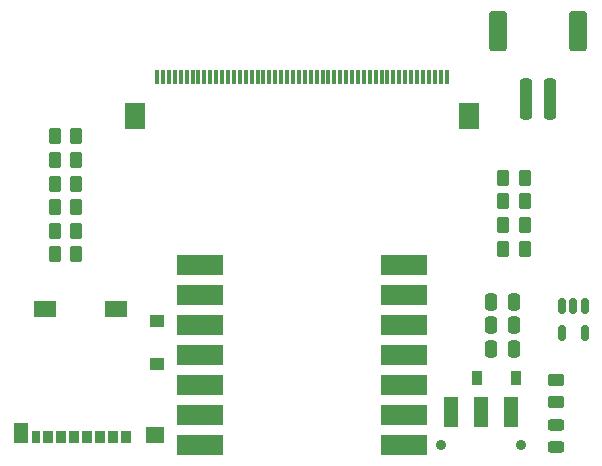
<source format=gbr>
%TF.GenerationSoftware,KiCad,Pcbnew,(6.0.6)*%
%TF.CreationDate,2022-12-29T17:59:43-06:00*%
%TF.ProjectId,Realm Card,5265616c-6d20-4436-9172-642e6b696361,A*%
%TF.SameCoordinates,Original*%
%TF.FileFunction,Soldermask,Top*%
%TF.FilePolarity,Negative*%
%FSLAX46Y46*%
G04 Gerber Fmt 4.6, Leading zero omitted, Abs format (unit mm)*
G04 Created by KiCad (PCBNEW (6.0.6)) date 2022-12-29 17:59:43*
%MOMM*%
%LPD*%
G01*
G04 APERTURE LIST*
G04 Aperture macros list*
%AMRoundRect*
0 Rectangle with rounded corners*
0 $1 Rounding radius*
0 $2 $3 $4 $5 $6 $7 $8 $9 X,Y pos of 4 corners*
0 Add a 4 corners polygon primitive as box body*
4,1,4,$2,$3,$4,$5,$6,$7,$8,$9,$2,$3,0*
0 Add four circle primitives for the rounded corners*
1,1,$1+$1,$2,$3*
1,1,$1+$1,$4,$5*
1,1,$1+$1,$6,$7*
1,1,$1+$1,$8,$9*
0 Add four rect primitives between the rounded corners*
20,1,$1+$1,$2,$3,$4,$5,0*
20,1,$1+$1,$4,$5,$6,$7,0*
20,1,$1+$1,$6,$7,$8,$9,0*
20,1,$1+$1,$8,$9,$2,$3,0*%
G04 Aperture macros list end*
%ADD10RoundRect,0.150000X-0.150000X0.512500X-0.150000X-0.512500X0.150000X-0.512500X0.150000X0.512500X0*%
%ADD11RoundRect,0.250000X-0.262500X-0.450000X0.262500X-0.450000X0.262500X0.450000X-0.262500X0.450000X0*%
%ADD12RoundRect,0.250000X0.262500X0.450000X-0.262500X0.450000X-0.262500X-0.450000X0.262500X-0.450000X0*%
%ADD13RoundRect,0.250000X-0.250000X-0.475000X0.250000X-0.475000X0.250000X0.475000X-0.250000X0.475000X0*%
%ADD14R,0.900000X1.200000*%
%ADD15R,0.850000X1.100000*%
%ADD16R,0.750000X1.100000*%
%ADD17R,1.200000X1.000000*%
%ADD18R,1.900000X1.350000*%
%ADD19R,1.170000X1.800000*%
%ADD20R,1.550000X1.350000*%
%ADD21RoundRect,0.250000X-0.450000X0.262500X-0.450000X-0.262500X0.450000X-0.262500X0.450000X0.262500X0*%
%ADD22RoundRect,0.250000X0.250000X1.500000X-0.250000X1.500000X-0.250000X-1.500000X0.250000X-1.500000X0*%
%ADD23RoundRect,0.250001X0.499999X1.449999X-0.499999X1.449999X-0.499999X-1.449999X0.499999X-1.449999X0*%
%ADD24C,0.900000*%
%ADD25R,1.250000X2.500000*%
%ADD26R,4.000000X1.700000*%
%ADD27R,0.300000X1.300000*%
%ADD28R,1.800000X2.200000*%
%ADD29RoundRect,0.243750X-0.456250X0.243750X-0.456250X-0.243750X0.456250X-0.243750X0.456250X0.243750X0*%
G04 APERTURE END LIST*
D10*
%TO.C,U1*%
X48950000Y-25862500D03*
X48000000Y-25862500D03*
X47050000Y-25862500D03*
X47050000Y-28137500D03*
X48950000Y-28137500D03*
%TD*%
D11*
%TO.C,R5*%
X42050000Y-21000000D03*
X43875000Y-21000000D03*
%TD*%
D12*
%TO.C,R3*%
X43875000Y-19000000D03*
X42050000Y-19000000D03*
%TD*%
D11*
%TO.C,R2*%
X4087500Y-21500000D03*
X5912500Y-21500000D03*
%TD*%
%TO.C,R10*%
X4087500Y-15500000D03*
X5912500Y-15500000D03*
%TD*%
D13*
%TO.C,C1*%
X41050000Y-29500000D03*
X42950000Y-29500000D03*
%TD*%
D11*
%TO.C,R11*%
X4087500Y-13500000D03*
X5912500Y-13500000D03*
%TD*%
D14*
%TO.C,D3*%
X43150000Y-32000000D03*
X39850000Y-32000000D03*
%TD*%
D11*
%TO.C,R9*%
X4087500Y-19500000D03*
X5912500Y-19500000D03*
%TD*%
D15*
%TO.C,J2*%
X10105000Y-36950000D03*
X9005000Y-36950000D03*
X7905000Y-36950000D03*
X6805000Y-36950000D03*
X5705000Y-36950000D03*
X4605000Y-36950000D03*
X3505000Y-36950000D03*
D16*
X2455000Y-36950000D03*
D17*
X12740000Y-30800000D03*
X12740000Y-27100000D03*
D18*
X3270000Y-26125000D03*
D19*
X1245000Y-36600000D03*
D20*
X12565000Y-36825000D03*
D18*
X9240000Y-26125000D03*
%TD*%
D11*
%TO.C,R8*%
X4087500Y-17500000D03*
X5912500Y-17500000D03*
%TD*%
D21*
%TO.C,R6*%
X46500000Y-32145500D03*
X46500000Y-33970500D03*
%TD*%
D12*
%TO.C,R12*%
X5912500Y-11500000D03*
X4087500Y-11500000D03*
%TD*%
%TO.C,R1*%
X43875000Y-15000000D03*
X42050000Y-15000000D03*
%TD*%
D13*
%TO.C,C2*%
X41050000Y-25500000D03*
X42950000Y-25500000D03*
%TD*%
D22*
%TO.C,J3*%
X46000000Y-8350000D03*
X44000000Y-8350000D03*
D23*
X48350000Y-2600000D03*
X41650000Y-2600000D03*
%TD*%
D24*
%TO.C,SW1*%
X43570000Y-37630000D03*
X36770000Y-37630000D03*
D25*
X37670000Y-34880000D03*
X40170000Y-34880000D03*
X42670000Y-34880000D03*
%TD*%
D26*
%TO.C,J1*%
X16380000Y-22380000D03*
X16380000Y-24920000D03*
X16380000Y-27460000D03*
X16380000Y-30000000D03*
X16380000Y-32540000D03*
X16380000Y-35080000D03*
X16380000Y-37620000D03*
X33620000Y-22380000D03*
X33620000Y-24920000D03*
X33620000Y-27460000D03*
X33620000Y-30000000D03*
X33620000Y-32540000D03*
X33620000Y-35080000D03*
X33620000Y-37620000D03*
%TD*%
D11*
%TO.C,R4*%
X42050000Y-17000000D03*
X43875000Y-17000000D03*
%TD*%
D13*
%TO.C,C3*%
X41050000Y-27500000D03*
X42950000Y-27500000D03*
%TD*%
D27*
%TO.C,J4*%
X12750000Y-6490000D03*
X13250000Y-6490000D03*
X13750000Y-6490000D03*
X14250000Y-6490000D03*
X14750000Y-6490000D03*
X15250000Y-6490000D03*
X15750000Y-6490000D03*
X16250000Y-6490000D03*
X16750000Y-6490000D03*
X17250000Y-6490000D03*
X17750000Y-6490000D03*
X18250000Y-6490000D03*
X18750000Y-6490000D03*
X19250000Y-6490000D03*
X19750000Y-6490000D03*
X20250000Y-6490000D03*
X20750000Y-6490000D03*
X21250000Y-6490000D03*
X21750000Y-6490000D03*
X22250000Y-6490000D03*
X22750000Y-6490000D03*
X23250000Y-6490000D03*
X23750000Y-6490000D03*
X24250000Y-6490000D03*
X24750000Y-6490000D03*
X25250000Y-6490000D03*
X25750000Y-6490000D03*
X26250000Y-6490000D03*
X26750000Y-6490000D03*
X27250000Y-6490000D03*
X27750000Y-6490000D03*
X28250000Y-6490000D03*
X28750000Y-6490000D03*
X29250000Y-6490000D03*
X29750000Y-6490000D03*
X30250000Y-6490000D03*
X30750000Y-6490000D03*
X31250000Y-6490000D03*
X31750000Y-6490000D03*
X32250000Y-6490000D03*
X32750000Y-6490000D03*
X33250000Y-6490000D03*
X33750000Y-6490000D03*
X34250000Y-6490000D03*
X34750000Y-6490000D03*
X35250000Y-6490000D03*
X35750000Y-6490000D03*
X36250000Y-6490000D03*
X36750000Y-6490000D03*
X37250000Y-6490000D03*
D28*
X39150000Y-9740000D03*
X10850000Y-9740000D03*
%TD*%
D29*
%TO.C,D1*%
X46500000Y-35930500D03*
X46500000Y-37805500D03*
%TD*%
M02*

</source>
